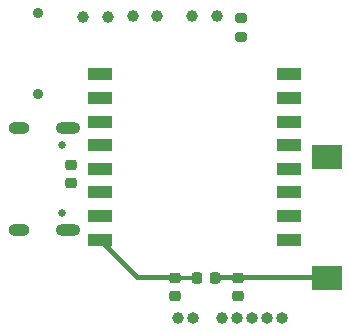
<source format=gbs>
%TF.GenerationSoftware,KiCad,Pcbnew,(7.0.0-0)*%
%TF.CreationDate,2023-03-07T12:57:00-05:00*%
%TF.ProjectId,Spatial Sense Module,53706174-6961-46c2-9053-656e7365204d,rev?*%
%TF.SameCoordinates,Original*%
%TF.FileFunction,Soldermask,Bot*%
%TF.FilePolarity,Negative*%
%FSLAX46Y46*%
G04 Gerber Fmt 4.6, Leading zero omitted, Abs format (unit mm)*
G04 Created by KiCad (PCBNEW (7.0.0-0)) date 2023-03-07 12:57:00*
%MOMM*%
%LPD*%
G01*
G04 APERTURE LIST*
G04 Aperture macros list*
%AMRoundRect*
0 Rectangle with rounded corners*
0 $1 Rounding radius*
0 $2 $3 $4 $5 $6 $7 $8 $9 X,Y pos of 4 corners*
0 Add a 4 corners polygon primitive as box body*
4,1,4,$2,$3,$4,$5,$6,$7,$8,$9,$2,$3,0*
0 Add four circle primitives for the rounded corners*
1,1,$1+$1,$2,$3*
1,1,$1+$1,$4,$5*
1,1,$1+$1,$6,$7*
1,1,$1+$1,$8,$9*
0 Add four rect primitives between the rounded corners*
20,1,$1+$1,$2,$3,$4,$5,0*
20,1,$1+$1,$4,$5,$6,$7,0*
20,1,$1+$1,$6,$7,$8,$9,0*
20,1,$1+$1,$8,$9,$2,$3,0*%
G04 Aperture macros list end*
%ADD10C,1.000000*%
%ADD11O,1.000000X1.000000*%
%ADD12C,0.900000*%
%ADD13C,0.650000*%
%ADD14O,2.100000X1.000000*%
%ADD15O,1.800000X1.000000*%
%ADD16RoundRect,0.200000X-0.275000X0.200000X-0.275000X-0.200000X0.275000X-0.200000X0.275000X0.200000X0*%
%ADD17RoundRect,0.225000X-0.250000X0.225000X-0.250000X-0.225000X0.250000X-0.225000X0.250000X0.225000X0*%
%ADD18RoundRect,0.218750X-0.218750X-0.256250X0.218750X-0.256250X0.218750X0.256250X-0.218750X0.256250X0*%
%ADD19R,2.500000X2.000000*%
%ADD20R,2.000000X1.000000*%
G04 APERTURE END LIST*
D10*
%TO.C,J1*%
X193100000Y-150400000D03*
D11*
X194369999Y-150399999D03*
%TD*%
D12*
%TO.C,SW2*%
X181250000Y-124600000D03*
X181250000Y-131400000D03*
%TD*%
D10*
%TO.C,J4*%
X196800000Y-150400000D03*
D11*
X198069999Y-150399999D03*
X199339999Y-150399999D03*
X200609999Y-150399999D03*
X201879999Y-150399999D03*
%TD*%
D13*
%TO.C,J3*%
X183305000Y-135700000D03*
X183305000Y-141480000D03*
D14*
X183804999Y-134269999D03*
D15*
X179624999Y-134269999D03*
D14*
X183804999Y-142909999D03*
D15*
X179624999Y-142909999D03*
%TD*%
D10*
%TO.C,D5_LC1*%
X187150000Y-124900000D03*
%TD*%
D16*
%TO.C,R10*%
X198400000Y-124975000D03*
X198400000Y-126625000D03*
%TD*%
D17*
%TO.C,C20*%
X192800000Y-146975000D03*
X192800000Y-148525000D03*
%TD*%
D18*
%TO.C,L1*%
X194662500Y-147000000D03*
X196237500Y-147000000D03*
%TD*%
D10*
%TO.C,D6_LC1*%
X185050000Y-124900000D03*
%TD*%
D19*
%TO.C,ANT1*%
X205739999Y-146974999D03*
X205739999Y-136774999D03*
%TD*%
D10*
%TO.C,GND_LC1*%
X189250000Y-124850000D03*
%TD*%
%TO.C,3V3_LC1*%
X191350000Y-124850000D03*
%TD*%
D17*
%TO.C,C21*%
X198150000Y-146975000D03*
X198150000Y-148525000D03*
%TD*%
D10*
%TO.C,3V3_B1*%
X194300000Y-124850000D03*
%TD*%
D20*
%TO.C,U5*%
X202499999Y-129749999D03*
X202499999Y-131749999D03*
X202499999Y-133749999D03*
X202499999Y-135749999D03*
X202499999Y-137749999D03*
X202499999Y-139749999D03*
X202499999Y-141749999D03*
X202499999Y-143749999D03*
X186499999Y-143749999D03*
X186499999Y-141749999D03*
X186499999Y-139749999D03*
X186499999Y-137749999D03*
X186499999Y-135749999D03*
X186499999Y-133749999D03*
X186499999Y-131749999D03*
X186499999Y-129749999D03*
%TD*%
D10*
%TO.C,GND_B1*%
X196400000Y-124850000D03*
%TD*%
D17*
%TO.C,C19*%
X184000000Y-137425000D03*
X184000000Y-138975000D03*
%TD*%
G36*
X194413000Y-146816613D02*
G01*
X194458387Y-146862000D01*
X194475000Y-146924000D01*
X194475000Y-147076000D01*
X194458387Y-147138000D01*
X194413000Y-147183387D01*
X194351000Y-147200000D01*
X193124000Y-147200000D01*
X193062000Y-147183387D01*
X193016613Y-147138000D01*
X193000000Y-147076000D01*
X193000000Y-146924000D01*
X193016613Y-146862000D01*
X193062000Y-146816613D01*
X193124000Y-146800000D01*
X194351000Y-146800000D01*
X194413000Y-146816613D01*
G37*
G36*
X204638000Y-146791613D02*
G01*
X204683387Y-146837000D01*
X204700000Y-146899000D01*
X204700000Y-147051000D01*
X204683387Y-147113000D01*
X204638000Y-147158387D01*
X204576000Y-147175000D01*
X196549000Y-147175000D01*
X196487000Y-147158387D01*
X196441613Y-147113000D01*
X196425000Y-147051000D01*
X196425000Y-146899000D01*
X196441613Y-146837000D01*
X196487000Y-146791613D01*
X196549000Y-146775000D01*
X204576000Y-146775000D01*
X204638000Y-146791613D01*
G37*
G36*
X186948502Y-143916525D02*
G01*
X186995673Y-143946288D01*
X189791354Y-146766279D01*
X189800944Y-146772732D01*
X189812280Y-146775000D01*
X192351000Y-146775000D01*
X192413000Y-146791613D01*
X192458387Y-146837000D01*
X192475000Y-146899000D01*
X192475000Y-147051000D01*
X192458387Y-147113000D01*
X192413000Y-147158387D01*
X192351000Y-147175000D01*
X189704272Y-147175000D01*
X189648818Y-147161909D01*
X189642998Y-147158999D01*
X189610771Y-147135771D01*
X186683790Y-144208790D01*
X186654536Y-144162366D01*
X186648181Y-144107863D01*
X186665969Y-144055953D01*
X186704417Y-144016803D01*
X186840559Y-143929283D01*
X186893058Y-143910446D01*
X186948502Y-143916525D01*
G37*
G36*
X197676414Y-147173586D02*
G01*
X197677000Y-147175000D01*
X197677000Y-147199801D01*
X197689793Y-147264120D01*
X197689256Y-147265913D01*
X197687471Y-147266477D01*
X197686001Y-147265318D01*
X197679293Y-147250125D01*
X197679136Y-147249547D01*
X197677296Y-147233681D01*
X197658125Y-147196794D01*
X197619274Y-147182000D01*
X196735397Y-147182000D01*
X196694103Y-147199103D01*
X196676848Y-147240764D01*
X196675518Y-147241931D01*
X196673782Y-147241586D01*
X196673000Y-147239999D01*
X196673000Y-147175000D01*
X196673586Y-147173586D01*
X196675000Y-147173000D01*
X197675000Y-147173000D01*
X197676414Y-147173586D01*
G37*
G36*
X186726414Y-144248586D02*
G01*
X189626184Y-147148356D01*
X189675472Y-147173000D01*
X192325000Y-147173000D01*
X192326414Y-147173586D01*
X192327000Y-147175000D01*
X192327000Y-147199801D01*
X192339793Y-147264120D01*
X192339256Y-147265913D01*
X192337471Y-147266477D01*
X192336001Y-147265318D01*
X192329293Y-147250125D01*
X192329136Y-147249547D01*
X192327296Y-147233681D01*
X192308125Y-147196794D01*
X192269274Y-147182000D01*
X189681986Y-147182000D01*
X189681526Y-147181946D01*
X189666056Y-147178294D01*
X189665622Y-147178137D01*
X189626192Y-147158422D01*
X189625917Y-147158255D01*
X189616880Y-147151741D01*
X189616635Y-147151533D01*
X186734228Y-144269126D01*
X186715257Y-144256450D01*
X186692691Y-144251962D01*
X186691233Y-144250765D01*
X186691418Y-144248889D01*
X186693081Y-144248000D01*
X186725000Y-144248000D01*
X186726414Y-144248586D01*
G37*
G36*
X194226414Y-147198586D02*
G01*
X194227000Y-147200000D01*
X194227000Y-147256053D01*
X194227171Y-147256915D01*
X194226663Y-147258677D01*
X194224932Y-147259285D01*
X194223434Y-147258226D01*
X194204500Y-147221794D01*
X194165649Y-147207000D01*
X193327826Y-147207000D01*
X193288954Y-147221811D01*
X193277730Y-147243444D01*
X193276619Y-147244410D01*
X193275147Y-147244353D01*
X193273563Y-147243653D01*
X193263998Y-147265316D01*
X193262528Y-147266475D01*
X193260743Y-147265911D01*
X193260206Y-147264118D01*
X193273038Y-147199610D01*
X193273731Y-147198454D01*
X193275000Y-147198000D01*
X194225000Y-147198000D01*
X194226414Y-147198586D01*
G37*
G36*
X204491414Y-147173586D02*
G01*
X204492000Y-147175000D01*
X204492000Y-147239997D01*
X204491218Y-147241584D01*
X204489482Y-147241929D01*
X204488152Y-147240762D01*
X204470897Y-147199103D01*
X204429604Y-147182000D01*
X198680727Y-147182000D01*
X198641876Y-147196793D01*
X198622704Y-147233679D01*
X198620863Y-147249548D01*
X198620706Y-147250125D01*
X198613998Y-147265314D01*
X198612528Y-147266473D01*
X198610743Y-147265909D01*
X198610206Y-147264116D01*
X198623000Y-147199801D01*
X198623000Y-147175000D01*
X198623586Y-147173586D01*
X198625000Y-147173000D01*
X204490000Y-147173000D01*
X204491414Y-147173586D01*
G37*
G36*
X193263998Y-146684683D02*
G01*
X193270706Y-146699874D01*
X193270863Y-146700452D01*
X193275603Y-146741318D01*
X193294774Y-146778205D01*
X193333626Y-146793000D01*
X194165648Y-146793000D01*
X194204498Y-146778206D01*
X194223435Y-146741772D01*
X194224934Y-146740713D01*
X194226664Y-146741321D01*
X194227172Y-146743084D01*
X194227000Y-146743949D01*
X194227000Y-146800000D01*
X194226414Y-146801414D01*
X194225000Y-146802000D01*
X193275000Y-146802000D01*
X193273586Y-146801414D01*
X193273000Y-146800000D01*
X193273000Y-146750199D01*
X193260206Y-146685881D01*
X193260743Y-146684088D01*
X193262528Y-146683524D01*
X193263998Y-146684683D01*
G37*
G36*
X198613998Y-146684683D02*
G01*
X198620706Y-146699874D01*
X198620863Y-146700452D01*
X198622703Y-146716318D01*
X198641874Y-146753205D01*
X198680726Y-146768000D01*
X204429603Y-146768000D01*
X204470896Y-146750896D01*
X204488152Y-146709236D01*
X204489482Y-146708069D01*
X204491218Y-146708414D01*
X204492000Y-146710001D01*
X204492000Y-146775000D01*
X204491414Y-146776414D01*
X204490000Y-146777000D01*
X198625000Y-146777000D01*
X198623586Y-146776414D01*
X198623000Y-146775000D01*
X198623000Y-146750199D01*
X198610206Y-146685881D01*
X198610743Y-146684088D01*
X198612528Y-146683524D01*
X198613998Y-146684683D01*
G37*
G36*
X196664380Y-146680352D02*
G01*
X196670872Y-146695054D01*
X196671029Y-146695632D01*
X196673428Y-146716318D01*
X196692599Y-146753205D01*
X196731451Y-146768000D01*
X197619273Y-146768000D01*
X197658123Y-146753206D01*
X197677295Y-146716320D01*
X197679136Y-146700452D01*
X197679293Y-146699874D01*
X197686002Y-146684679D01*
X197687472Y-146683520D01*
X197689257Y-146684084D01*
X197689794Y-146685877D01*
X197677000Y-146750199D01*
X197677000Y-146775000D01*
X197676414Y-146776414D01*
X197675000Y-146777000D01*
X196675000Y-146777000D01*
X196673586Y-146776414D01*
X196673000Y-146775000D01*
X196673000Y-146743949D01*
X196660588Y-146681550D01*
X196661125Y-146679757D01*
X196662910Y-146679193D01*
X196664380Y-146680352D01*
G37*
G36*
X187449360Y-144248783D02*
G01*
X187449705Y-144250519D01*
X187448537Y-144251848D01*
X187406938Y-144269043D01*
X187389940Y-144309830D01*
X187406867Y-144351115D01*
X189785759Y-146750693D01*
X189804793Y-146763500D01*
X189827286Y-146768000D01*
X192269273Y-146768000D01*
X192308123Y-146753206D01*
X192327295Y-146716320D01*
X192329136Y-146700452D01*
X192329293Y-146699874D01*
X192336002Y-146684679D01*
X192337472Y-146683520D01*
X192339257Y-146684084D01*
X192339794Y-146685877D01*
X192327000Y-146750199D01*
X192327000Y-146775000D01*
X192326414Y-146776414D01*
X192325000Y-146777000D01*
X189800000Y-146777000D01*
X189798580Y-146776408D01*
X187295347Y-144251408D01*
X187294767Y-144249994D01*
X187295355Y-144248584D01*
X187296767Y-144248000D01*
X187447773Y-144248000D01*
X187449360Y-144248783D01*
G37*
M02*

</source>
